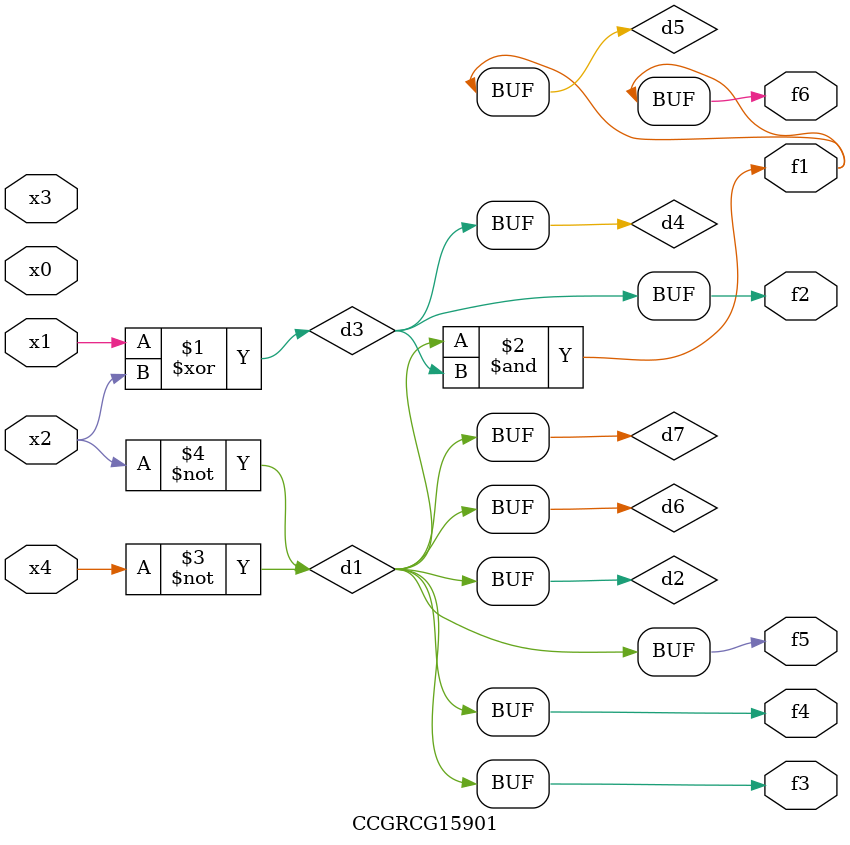
<source format=v>
module CCGRCG15901(
	input x0, x1, x2, x3, x4,
	output f1, f2, f3, f4, f5, f6
);

	wire d1, d2, d3, d4, d5, d6, d7;

	not (d1, x4);
	not (d2, x2);
	xor (d3, x1, x2);
	buf (d4, d3);
	and (d5, d1, d3);
	buf (d6, d1, d2);
	buf (d7, d2);
	assign f1 = d5;
	assign f2 = d4;
	assign f3 = d7;
	assign f4 = d7;
	assign f5 = d7;
	assign f6 = d5;
endmodule

</source>
